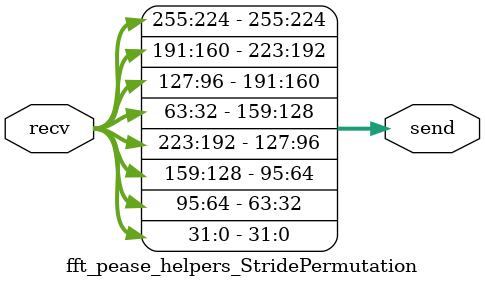
<source format=v>
module fft_pease_helpers_StridePermutation (
	recv,
	send
);
	parameter signed [31:0] N_SAMPLES = 8;
	parameter signed [31:0] BIT_WIDTH = 32;
	input wire [(N_SAMPLES * BIT_WIDTH) - 1:0] recv;
	output wire [(N_SAMPLES * BIT_WIDTH) - 1:0] send;
	genvar i;
	generate
		for (i = 0; i < (N_SAMPLES / 2); i = i + 1) begin : genblk1
			assign send[((N_SAMPLES - 1) - i) * BIT_WIDTH+:BIT_WIDTH] = recv[((N_SAMPLES - 1) - (i * 2)) * BIT_WIDTH+:BIT_WIDTH];
			assign send[((N_SAMPLES - 1) - (i + (N_SAMPLES / 2))) * BIT_WIDTH+:BIT_WIDTH] = recv[((N_SAMPLES - 1) - ((i * 2) + 1)) * BIT_WIDTH+:BIT_WIDTH];
		end
	endgenerate
endmodule

</source>
